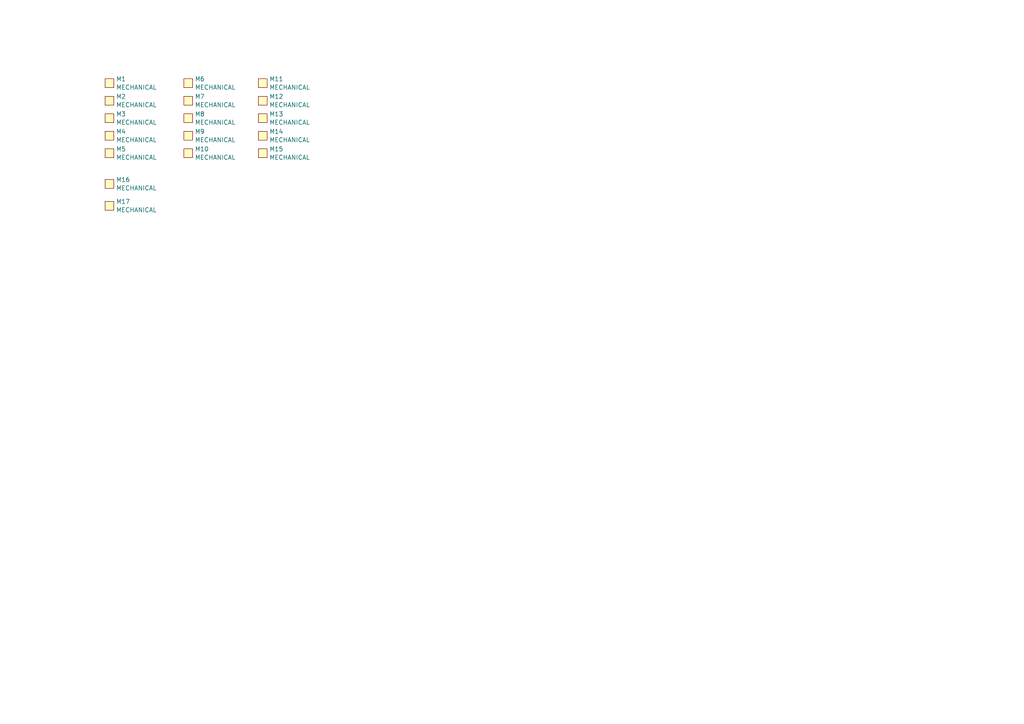
<source format=kicad_sch>
(kicad_sch (version 20231120) (generator "eeschema") (generator_version "8.0")
  (paper "A4")
  (lib_symbols
    (symbol "special-azonenberg:MECHANICAL" (pin_names (offset 1.016))
      (property "Reference" "M" (at 0 -2.54 0))
      (property "Value" "MECHANICAL" (at 0 -5.08 0))
      (symbol "MECHANICAL_0_1"
        (rectangle (start 0 1.27) (end 2.54 -1.27) (fill (type background)))
      )
    )
  )
  (symbol (lib_id "special-azonenberg:MECHANICAL") (at 30.48 44.45 0) (unit 1)
    (property "Reference" "M5" (at 33.655 43.2378 0) (effects (justify left)))
    (property "Value" "MECHANICAL" (at 33.655 45.6621 0) (effects (justify left)))
    (property "Footprint" "azonenberg_pcb:BGA_153_14x14_EMMC_BA_0.5MM" (effects (hide yes)))
  )
  (symbol (lib_id "special-azonenberg:MECHANICAL") (at 74.93 39.37 0) (unit 1)
    (property "Reference" "M14" (at 78.105 38.1578 0) (effects (justify left)))
    (property "Value" "MECHANICAL" (at 78.105 40.5821 0) (effects (justify left)))
    (property "Footprint" "azonenberg_pcb:BGA_96_9x16_DEPOP3x16_DDR3L_0.8MM" (effects (hide yes)))
  )
  (symbol (lib_id "special-azonenberg:MECHANICAL") (at 74.93 29.21 0) (unit 1)
    (property "Reference" "M12" (at 78.105 27.9978 0) (effects (justify left)))
    (property "Value" "MECHANICAL" (at 78.105 30.4221 0) (effects (justify left)))
    (property "Footprint" "azonenberg_pcb:BGA_96_9x16_DEPOP3x16_DDR3L_0.8MM" (effects (hide yes)))
  )
  (symbol (lib_id "special-azonenberg:MECHANICAL") (at 74.93 24.13 0) (unit 1)
    (property "Reference" "M11" (at 78.105 22.9178 0) (effects (justify left)))
    (property "Value" "MECHANICAL" (at 78.105 25.3421 0) (effects (justify left)))
    (property "Footprint" "azonenberg_pcb:BGA_96_9x16_DEPOP3x16_DDR3L_0.8MM" (effects (hide yes)))
  )
  (symbol (lib_id "special-azonenberg:MECHANICAL") (at 30.48 34.29 0) (unit 1)
    (property "Reference" "M3" (at 33.655 33.0778 0) (effects (justify left)))
    (property "Value" "MECHANICAL" (at 33.655 35.5021 0) (effects (justify left)))
    (property "Footprint" "azonenberg_pcb:BGA_153_14x14_EMMC_BA_0.5MM" (effects (hide yes)))
  )
  (symbol (lib_id "special-azonenberg:MECHANICAL") (at 74.93 44.45 0) (unit 1)
    (property "Reference" "M15" (at 78.105 43.2378 0) (effects (justify left)))
    (property "Value" "MECHANICAL" (at 78.105 45.6621 0) (effects (justify left)))
    (property "Footprint" "azonenberg_pcb:BGA_96_9x16_DEPOP3x16_DDR3L_0.8MM" (effects (hide yes)))
  )
  (symbol (lib_id "special-azonenberg:MECHANICAL") (at 53.34 44.45 0) (unit 1)
    (property "Reference" "M10" (at 56.515 43.2378 0) (effects (justify left)))
    (property "Value" "MECHANICAL" (at 56.515 45.6621 0) (effects (justify left)))
    (property "Footprint" "azonenberg_pcb:QFN_32_0.5MM_5x5MM" (effects (hide yes)))
  )
  (symbol (lib_id "special-azonenberg:MECHANICAL") (at 30.48 24.13 0) (unit 1)
    (property "Reference" "M1" (at 33.655 22.9178 0) (effects (justify left)))
    (property "Value" "MECHANICAL" (at 33.655 25.3421 0) (effects (justify left)))
    (property "Footprint" "azonenberg_pcb:BGA_153_14x14_EMMC_BA_0.5MM" (effects (hide yes)))
  )
  (symbol (lib_id "special-azonenberg:MECHANICAL") (at 53.34 24.13 0) (unit 1)
    (property "Reference" "M6" (at 56.515 22.9178 0) (effects (justify left)))
    (property "Value" "MECHANICAL" (at 56.515 25.3421 0) (effects (justify left)))
    (property "Footprint" "azonenberg_pcb:QFN_32_0.5MM_5x5MM" (effects (hide yes)))
  )
  (symbol (lib_id "special-azonenberg:MECHANICAL") (at 30.48 29.21 0) (unit 1)
    (property "Reference" "M2" (at 33.655 27.9978 0) (effects (justify left)))
    (property "Value" "MECHANICAL" (at 33.655 30.4221 0) (effects (justify left)))
    (property "Footprint" "azonenberg_pcb:BGA_153_14x14_EMMC_BA_0.5MM" (effects (hide yes)))
  )
  (symbol (lib_id "special-azonenberg:MECHANICAL") (at 53.34 29.21 0) (unit 1)
    (property "Reference" "M7" (at 56.515 27.9978 0) (effects (justify left)))
    (property "Value" "MECHANICAL" (at 56.515 30.4221 0) (effects (justify left)))
    (property "Footprint" "azonenberg_pcb:QFN_32_0.5MM_5x5MM" (effects (hide yes)))
  )
  (symbol (lib_id "special-azonenberg:MECHANICAL") (at 30.48 59.69 0) (unit 1)
    (property "Reference" "M17" (at 33.655 58.4778 0) (effects (justify left)))
    (property "Value" "MECHANICAL" (at 33.655 60.9021 0) (effects (justify left)))
    (property "Footprint" "w_logo:Logo_silk_OSHW_6x6mm" (effects (hide yes)))
  )
  (symbol (lib_id "special-azonenberg:MECHANICAL") (at 53.34 34.29 0) (unit 1)
    (property "Reference" "M8" (at 56.515 33.0778 0) (effects (justify left)))
    (property "Value" "MECHANICAL" (at 56.515 35.5021 0) (effects (justify left)))
    (property "Footprint" "azonenberg_pcb:QFN_32_0.5MM_5x5MM" (effects (hide yes)))
  )
  (symbol (lib_id "special-azonenberg:MECHANICAL") (at 53.34 39.37 0) (unit 1)
    (property "Reference" "M9" (at 56.515 38.1578 0) (effects (justify left)))
    (property "Value" "MECHANICAL" (at 56.515 40.5821 0) (effects (justify left)))
    (property "Footprint" "azonenberg_pcb:QFN_32_0.5MM_5x5MM" (effects (hide yes)))
  )
  (symbol (lib_id "special-azonenberg:MECHANICAL") (at 74.93 34.29 0) (unit 1)
    (property "Reference" "M13" (at 78.105 33.0778 0) (effects (justify left)))
    (property "Value" "MECHANICAL" (at 78.105 35.5021 0) (effects (justify left)))
    (property "Footprint" "azonenberg_pcb:BGA_96_9x16_DEPOP3x16_DDR3L_0.8MM" (effects (hide yes)))
  )
  (symbol (lib_id "special-azonenberg:MECHANICAL") (at 30.48 53.34 0) (unit 1)
    (property "Reference" "M16" (at 33.655 52.1278 0) (effects (justify left)))
    (property "Value" "MECHANICAL" (at 33.655 54.5521 0) (effects (justify left)))
    (property "Footprint" "azonenberg_pcb:LONGTHING-1200DPI" (effects (hide yes)))
  )
  (symbol (lib_id "special-azonenberg:MECHANICAL") (at 30.48 39.37 0) (unit 1)
    (property "Reference" "M4" (at 33.655 38.1578 0) (effects (justify left)))
    (property "Value" "MECHANICAL" (at 33.655 40.5821 0) (effects (justify left)))
    (property "Footprint" "azonenberg_pcb:BGA_153_14x14_EMMC_BA_0.5MM" (effects (hide yes)))
  )
)
</source>
